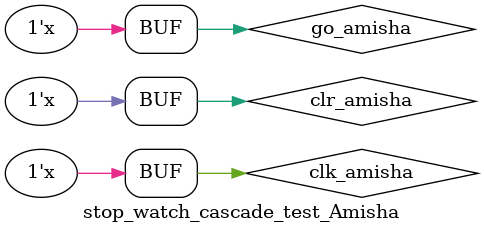
<source format=v>
`timescale 1ns / 1ps


module stop_watch_cascade_test_Amisha;
	// Inputs
	reg clk_amisha;
	reg go_amisha;
	reg clr_amisha;
	// Outputs
	wire [3:0] d2_amisha;
	wire [3:0] d1_amisha;
	wire [3:0] d0_amisha;
	// Instantiate the Unit Under Test (UUT)
	stop_watch_cascade_Amisha uut (
		.clk_amisha(clk_amisha), 
		.go_amisha(go_amisha), 
		.clr_amisha(clr_amisha), 
		.d2_amisha(d2_amisha), 
		.d1_amisha(d1_amisha), 
		.d0_amisha(d0_amisha)
	);
	initial begin
		clk_amisha = 0;
		go_amisha = 0;
		clr_amisha = 0;
		#100;
	end
always #50 clk_amisha = ~clk_amisha;  
always #100 go_amisha = ~go_amisha; 
always #150 clr_amisha = ~clr_amisha;    
endmodule


</source>
